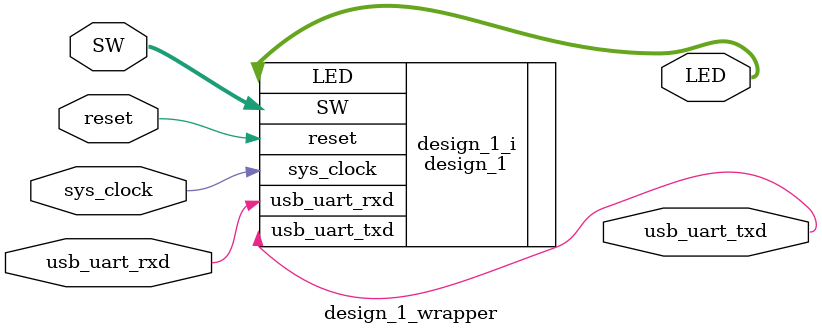
<source format=v>
`timescale 1 ps / 1 ps

module design_1_wrapper
   (LED,
    SW,
    reset,
    sys_clock,
    usb_uart_rxd,
    usb_uart_txd);
  output [15:0]LED;
  input [15:0]SW;
  input reset;
  input sys_clock;
  input usb_uart_rxd;
  output usb_uart_txd;

  wire [15:0]LED;
  wire [15:0]SW;
  wire reset;
  wire sys_clock;
  wire usb_uart_rxd;
  wire usb_uart_txd;

  design_1 design_1_i
       (.LED(LED),
        .SW(SW),
        .reset(reset),
        .sys_clock(sys_clock),
        .usb_uart_rxd(usb_uart_rxd),
        .usb_uart_txd(usb_uart_txd));
endmodule

</source>
